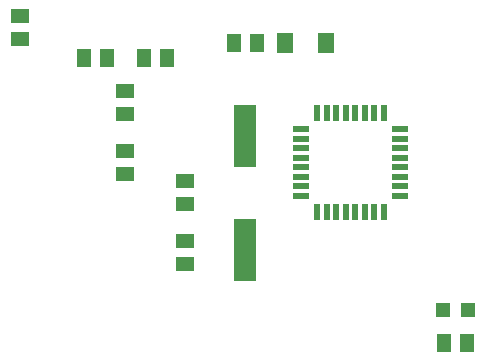
<source format=gtp>
G04 EAGLE Gerber RS-274X export*
G75*
%MOMM*%
%FSLAX34Y34*%
%LPD*%
%INSolderpaste Top*%
%IPPOS*%
%AMOC8*
5,1,8,0,0,1.08239X$1,22.5*%
G01*
%ADD10R,1.500000X1.300000*%
%ADD11R,1.300000X1.500000*%
%ADD12R,1.400000X1.800000*%
%ADD13R,1.200000X1.200000*%
%ADD14R,1.470000X0.550000*%
%ADD15R,0.550000X1.470000*%
%ADD16R,1.930400X5.334000*%


D10*
X254000Y219100D03*
X254000Y238100D03*
X304800Y193700D03*
X304800Y212700D03*
X304800Y161900D03*
X304800Y142900D03*
D11*
X346100Y330200D03*
X365100Y330200D03*
X288900Y317500D03*
X269900Y317500D03*
D12*
X389400Y330200D03*
X423400Y330200D03*
D13*
X522900Y104140D03*
X543900Y104140D03*
D10*
X254000Y269900D03*
X254000Y288900D03*
X165100Y352400D03*
X165100Y333400D03*
D11*
X238100Y317500D03*
X219100Y317500D03*
X523900Y76200D03*
X542900Y76200D03*
D14*
X402800Y256600D03*
X402800Y248600D03*
X402800Y240600D03*
X402800Y232600D03*
X402800Y224600D03*
X402800Y216600D03*
X402800Y208600D03*
X402800Y200600D03*
D15*
X416500Y186900D03*
X424500Y186900D03*
X432500Y186900D03*
X440500Y186900D03*
X448500Y186900D03*
X456500Y186900D03*
X464500Y186900D03*
X472500Y186900D03*
D14*
X486200Y200600D03*
X486200Y208600D03*
X486200Y216600D03*
X486200Y224600D03*
X486200Y232600D03*
X486200Y240600D03*
X486200Y248600D03*
X486200Y256600D03*
D15*
X472500Y270300D03*
X464500Y270300D03*
X456500Y270300D03*
X448500Y270300D03*
X440500Y270300D03*
X432500Y270300D03*
X424500Y270300D03*
X416500Y270300D03*
D16*
X355600Y154940D03*
X355600Y251460D03*
M02*

</source>
